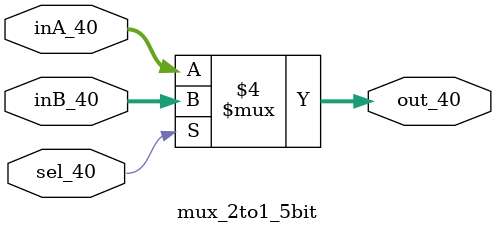
<source format=v>
`timescale 1ns / 1ps


module mux_2to1_5bit(
    output reg [4:0] out_40,
    input [4:0] inA_40,
    input [4:0] inB_40,
    input sel_40
);

always@(inA_40,inB_40,sel_40)
begin
    if (sel_40 == 0)
	begin
        out_40 <= inA_40;
    end else  
    begin
        out_40 <= inB_40;
	end
 end
	
endmodule



</source>
